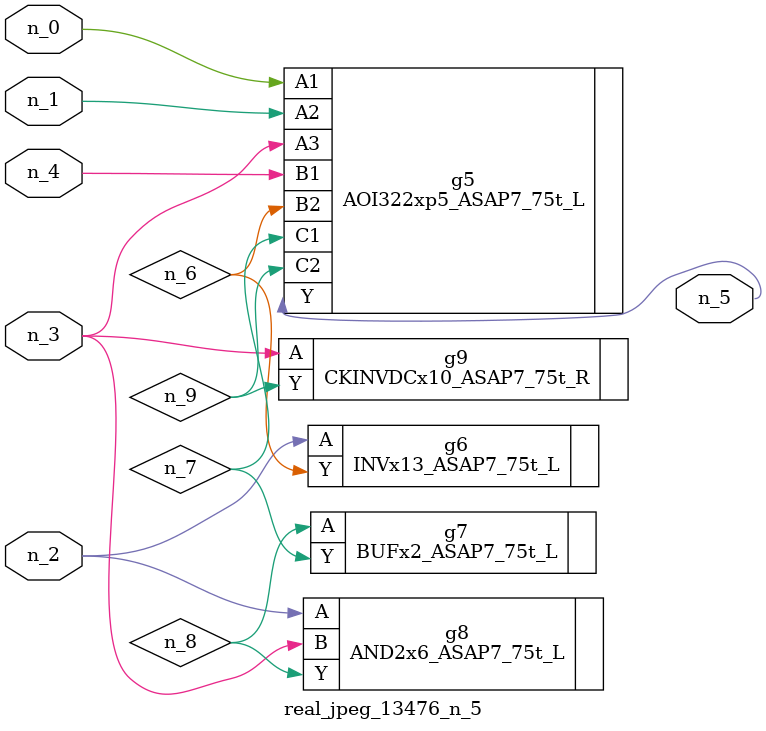
<source format=v>
module real_jpeg_13476_n_5 (n_4, n_0, n_1, n_2, n_3, n_5);

input n_4;
input n_0;
input n_1;
input n_2;
input n_3;

output n_5;

wire n_8;
wire n_6;
wire n_7;
wire n_9;

AOI322xp5_ASAP7_75t_L g5 ( 
.A1(n_0),
.A2(n_1),
.A3(n_3),
.B1(n_4),
.B2(n_6),
.C1(n_7),
.C2(n_9),
.Y(n_5)
);

INVx13_ASAP7_75t_L g6 ( 
.A(n_2),
.Y(n_6)
);

AND2x6_ASAP7_75t_L g8 ( 
.A(n_2),
.B(n_3),
.Y(n_8)
);

CKINVDCx10_ASAP7_75t_R g9 ( 
.A(n_3),
.Y(n_9)
);

BUFx2_ASAP7_75t_L g7 ( 
.A(n_8),
.Y(n_7)
);


endmodule
</source>
